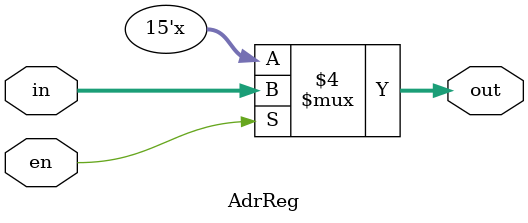
<source format=v>
module AdrReg(input en, input [14:0] in, output reg [14:0] out);
	initial out = 0;
	always @(*) begin
		if(en) out = in;
	end
endmodule
</source>
